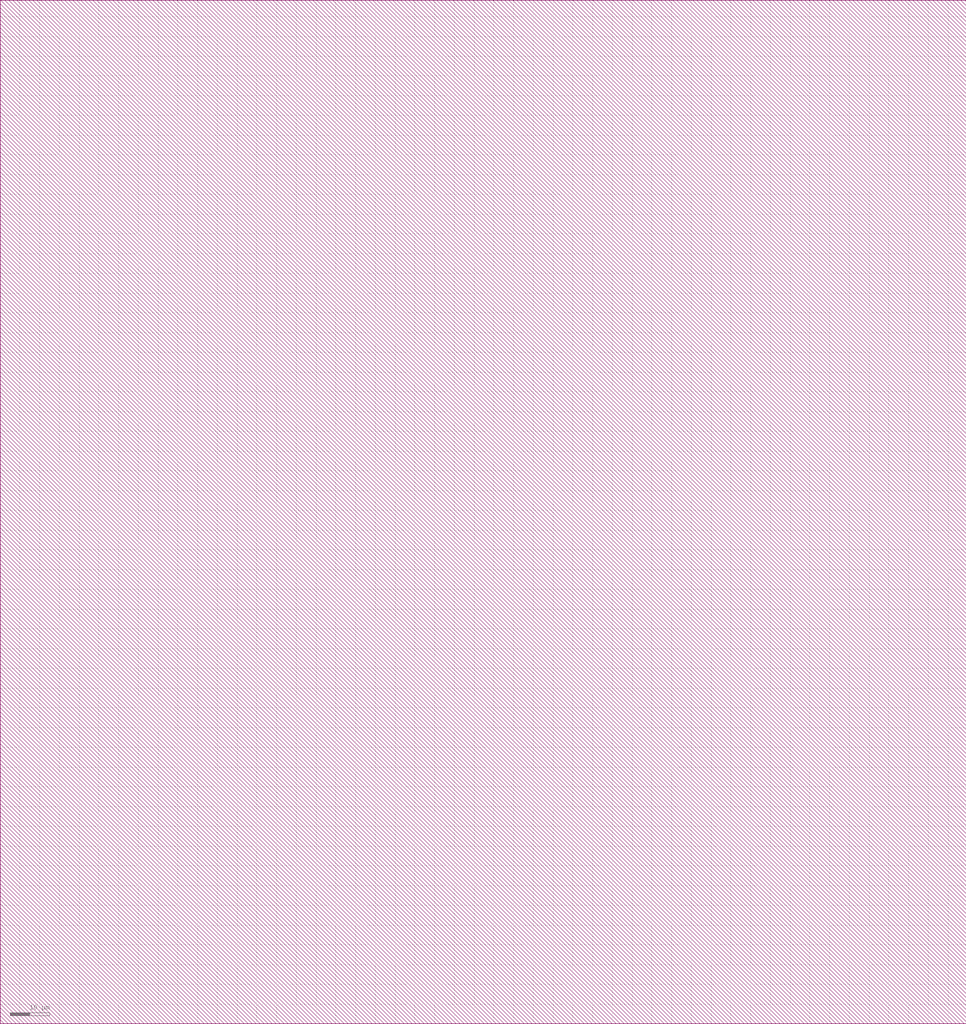
<source format=lef>
VERSION 5.6 ;

BUSBITCHARS "[]" ;

DIVIDERCHAR "/" ;

UNITS
    DATABASE MICRONS 1000 ;
END UNITS

MANUFACTURINGGRID 0.005000 ; 

CLEARANCEMEASURE EUCLIDEAN ; 

USEMINSPACING OBS ON ; 

SITE CoreSite
    CLASS CORE ;
    SIZE 0.540000 BY 0.900000 ;
END CoreSite

LAYER m1
   TYPE ROUTING ;
   DIRECTION VERTICAL ;
   MINWIDTH 0.270000 ;
   WIDTH 0.270000 ;
   SPACINGTABLE
      PARALLELRUNLENGTH 0.0
      WIDTH 0.0 0.270000 ;
   PITCH 0.540000 0.540000 ;
END m1

LAYER v1
    TYPE CUT ;
    SPACING 0.270000 ;
    WIDTH 0.270000 ;
    ENCLOSURE ABOVE 0.090000 0.090000 ;
    ENCLOSURE BELOW 0.090000 0.090000 ;
END v1

LAYER m2
   TYPE ROUTING ;
   DIRECTION HORIZONTAL ;
   MINWIDTH 0.450000 ;
   WIDTH 0.450000 ;
   SPACINGTABLE
      PARALLELRUNLENGTH 0.0
      WIDTH 0.0 0.450000 ;
   PITCH 0.900000 0.900000 ;
END m2

LAYER v2
    TYPE CUT ;
    SPACING 0.270000 ;
    WIDTH 0.270000 ;
    ENCLOSURE ABOVE 0.090000 0.090000 ;
    ENCLOSURE BELOW 0.090000 0.090000 ;
END v2

LAYER m3
   TYPE ROUTING ;
   DIRECTION VERTICAL ;
   MINWIDTH 0.450000 ;
   WIDTH 0.450000 ;
   SPACINGTABLE
      PARALLELRUNLENGTH 0.0
      WIDTH 0.0 0.450000 ;
   PITCH 0.900000 0.900000 ;
END m3

LAYER v3
    TYPE CUT ;
    SPACING 0.270000 ;
    WIDTH 0.270000 ;
    ENCLOSURE ABOVE 0.090000 0.090000 ;
    ENCLOSURE BELOW 0.090000 0.090000 ;
END v3

LAYER m4
   TYPE ROUTING ;
   DIRECTION HORIZONTAL ;
   MINWIDTH 0.450000 ;
   WIDTH 0.450000 ;
   SPACINGTABLE
      PARALLELRUNLENGTH 0.0
      WIDTH 0.0 0.450000 ;
   PITCH 0.900000 0.900000 ;
END m4

LAYER v4
    TYPE CUT ;
    SPACING 0.270000 ;
    WIDTH 0.270000 ;
    ENCLOSURE ABOVE 0.090000 0.090000 ;
    ENCLOSURE BELOW 0.090000 0.090000 ;
END v4

LAYER m5
   TYPE ROUTING ;
   DIRECTION VERTICAL ;
   MINWIDTH 0.450000 ;
   WIDTH 0.450000 ;
   SPACINGTABLE
      PARALLELRUNLENGTH 0.0
      WIDTH 0.0 0.450000 ;
   PITCH 0.900000 0.900000 ;
END m5

LAYER v5
    TYPE CUT ;
    SPACING 0.270000 ;
    WIDTH 0.270000 ;
    ENCLOSURE ABOVE 0.090000 0.090000 ;
    ENCLOSURE BELOW 0.090000 0.090000 ;
END v5

LAYER m6
   TYPE ROUTING ;
   DIRECTION HORIZONTAL ;
   MINWIDTH 0.450000 ;
   WIDTH 0.450000 ;
   SPACINGTABLE
      PARALLELRUNLENGTH 0.0
      WIDTH 0.0 0.450000 ;
   PITCH 0.900000 0.900000 ;
END m6

LAYER OVERLAP
   TYPE OVERLAP ;
END OVERLAP

VIA v1_C DEFAULT
   LAYER m1 ;
     RECT -0.225000 -0.225000 0.225000 0.225000 ;
   LAYER v1 ;
     RECT -0.135000 -0.135000 0.135000 0.135000 ;
   LAYER m2 ;
     RECT -0.225000 -0.225000 0.225000 0.225000 ;
END v1_C

VIA v1_Ch
   LAYER m1 ;
     RECT -0.225000 -0.225000 0.225000 0.225000 ;
   LAYER v1 ;
     RECT -0.135000 -0.135000 0.135000 0.135000 ;
   LAYER m2 ;
     RECT -0.225000 -0.225000 0.225000 0.225000 ;
END v1_Ch

VIA v1_Cv
   LAYER m1 ;
     RECT -0.225000 -0.225000 0.225000 0.225000 ;
   LAYER v1 ;
     RECT -0.135000 -0.135000 0.135000 0.135000 ;
   LAYER m2 ;
     RECT -0.225000 -0.225000 0.225000 0.225000 ;
END v1_Cv

VIA v2_C DEFAULT
   LAYER m2 ;
     RECT -0.225000 -0.225000 0.225000 0.225000 ;
   LAYER v2 ;
     RECT -0.135000 -0.135000 0.135000 0.135000 ;
   LAYER m3 ;
     RECT -0.225000 -0.225000 0.225000 0.225000 ;
END v2_C

VIA v2_Ch
   LAYER m2 ;
     RECT -0.225000 -0.225000 0.225000 0.225000 ;
   LAYER v2 ;
     RECT -0.135000 -0.135000 0.135000 0.135000 ;
   LAYER m3 ;
     RECT -0.225000 -0.225000 0.225000 0.225000 ;
END v2_Ch

VIA v2_Cv
   LAYER m2 ;
     RECT -0.225000 -0.225000 0.225000 0.225000 ;
   LAYER v2 ;
     RECT -0.135000 -0.135000 0.135000 0.135000 ;
   LAYER m3 ;
     RECT -0.225000 -0.225000 0.225000 0.225000 ;
END v2_Cv

VIA v3_C DEFAULT
   LAYER m3 ;
     RECT -0.225000 -0.225000 0.225000 0.225000 ;
   LAYER v3 ;
     RECT -0.135000 -0.135000 0.135000 0.135000 ;
   LAYER m4 ;
     RECT -0.225000 -0.225000 0.225000 0.225000 ;
END v3_C

VIA v3_Ch
   LAYER m3 ;
     RECT -0.225000 -0.225000 0.225000 0.225000 ;
   LAYER v3 ;
     RECT -0.135000 -0.135000 0.135000 0.135000 ;
   LAYER m4 ;
     RECT -0.225000 -0.225000 0.225000 0.225000 ;
END v3_Ch

VIA v3_Cv
   LAYER m3 ;
     RECT -0.225000 -0.225000 0.225000 0.225000 ;
   LAYER v3 ;
     RECT -0.135000 -0.135000 0.135000 0.135000 ;
   LAYER m4 ;
     RECT -0.225000 -0.225000 0.225000 0.225000 ;
END v3_Cv

VIA v4_C DEFAULT
   LAYER m4 ;
     RECT -0.225000 -0.225000 0.225000 0.225000 ;
   LAYER v4 ;
     RECT -0.135000 -0.135000 0.135000 0.135000 ;
   LAYER m5 ;
     RECT -0.225000 -0.225000 0.225000 0.225000 ;
END v4_C

VIA v4_Ch
   LAYER m4 ;
     RECT -0.225000 -0.225000 0.225000 0.225000 ;
   LAYER v4 ;
     RECT -0.135000 -0.135000 0.135000 0.135000 ;
   LAYER m5 ;
     RECT -0.225000 -0.225000 0.225000 0.225000 ;
END v4_Ch

VIA v4_Cv
   LAYER m4 ;
     RECT -0.225000 -0.225000 0.225000 0.225000 ;
   LAYER v4 ;
     RECT -0.135000 -0.135000 0.135000 0.135000 ;
   LAYER m5 ;
     RECT -0.225000 -0.225000 0.225000 0.225000 ;
END v4_Cv

VIA v5_C DEFAULT
   LAYER m5 ;
     RECT -0.225000 -0.225000 0.225000 0.225000 ;
   LAYER v5 ;
     RECT -0.135000 -0.135000 0.135000 0.135000 ;
   LAYER m6 ;
     RECT -0.225000 -0.225000 0.225000 0.225000 ;
END v5_C

VIA v5_Ch
   LAYER m5 ;
     RECT -0.225000 -0.225000 0.225000 0.225000 ;
   LAYER v5 ;
     RECT -0.135000 -0.135000 0.135000 0.135000 ;
   LAYER m6 ;
     RECT -0.225000 -0.225000 0.225000 0.225000 ;
END v5_Ch

VIA v5_Cv
   LAYER m5 ;
     RECT -0.225000 -0.225000 0.225000 0.225000 ;
   LAYER v5 ;
     RECT -0.135000 -0.135000 0.135000 0.135000 ;
   LAYER m6 ;
     RECT -0.225000 -0.225000 0.225000 0.225000 ;
END v5_Cv

MACRO _0_0cell_0_0g0n1n2naa_012aax0
    CLASS CORE ;
    FOREIGN _0_0cell_0_0g0n1n2naa_012aax0 0.000000 0.000000 ;
    ORIGIN 0.000000 0.000000 ;
    SIZE 7.020000 BY 8.100000 ;
    SYMMETRY X Y ;
    SITE CoreSite ;
    PIN in_50_6
        DIRECTION INPUT ;
        USE SIGNAL ;
        PORT
        LAYER m1 ;
        RECT 0.540000 6.570000 0.810000 7.740000 ;
        RECT 0.540000 6.480000 0.900000 6.570000 ;
        RECT 0.540000 6.300000 0.630000 6.480000 ;
        RECT 0.540000 6.210000 0.900000 6.300000 ;
        RECT 0.630000 6.300000 0.810000 6.480000 ;
        RECT 0.810000 6.300000 0.900000 6.480000 ;
        END
        ANTENNAGATEAREA 0.534600 ;
    END in_50_6
    PIN in_51_6
        DIRECTION INPUT ;
        USE SIGNAL ;
        PORT
        LAYER m1 ;
        RECT 1.620000 7.020000 1.890000 7.740000 ;
        RECT 1.620000 6.930000 1.980000 7.020000 ;
        RECT 1.620000 6.750000 1.710000 6.930000 ;
        RECT 1.620000 6.660000 1.980000 6.750000 ;
        RECT 1.710000 6.750000 1.890000 6.930000 ;
        RECT 1.890000 6.750000 1.980000 6.930000 ;
        END
        ANTENNAGATEAREA 0.534600 ;
    END in_51_6
    PIN in_52_6
        DIRECTION INPUT ;
        USE SIGNAL ;
        PORT
        LAYER m1 ;
        RECT 3.240000 6.660000 3.510000 7.740000 ;
        RECT 3.240000 6.570000 4.950000 6.660000 ;
        RECT 3.240000 6.390000 4.680000 6.570000 ;
        RECT 4.680000 6.390000 4.860000 6.570000 ;
        RECT 4.860000 6.390000 4.950000 6.570000 ;
        RECT 4.590000 6.300000 4.950000 6.390000 ;
        END
        ANTENNAGATEAREA 0.534600 ;
    END in_52_6
    PIN out
        DIRECTION OUTPUT ;
        USE SIGNAL ;
        PORT
        LAYER m1 ;
        RECT 0.270000 1.890000 3.240000 2.070000 ;
        RECT 0.270000 1.800000 3.510000 1.890000 ;
        RECT 0.270000 1.530000 0.810000 1.800000 ;
        RECT 3.240000 1.890000 3.420000 2.070000 ;
        RECT 0.450000 0.810000 0.900000 1.170000 ;
        RECT 3.420000 1.890000 5.400000 2.070000 ;
        RECT 5.310000 1.800000 5.400000 1.890000 ;
        RECT 0.540000 1.170000 0.810000 1.530000 ;
        RECT 5.400000 1.800000 5.670000 2.070000 ;
        RECT 3.150000 2.070000 5.760000 2.160000 ;
        RECT 5.670000 1.800000 5.760000 2.070000 ;
        RECT 3.240000 2.160000 3.510000 4.320000 ;
        RECT 5.310000 1.710000 5.760000 1.800000 ;
        RECT 3.150000 4.590000 3.510000 4.680000 ;
        RECT 3.150000 4.410000 3.240000 4.590000 ;
        RECT 3.150000 4.320000 3.510000 4.410000 ;
        RECT 3.240000 4.410000 3.420000 4.590000 ;
        RECT 3.420000 4.410000 3.510000 4.590000 ;
        END
        ANTENNAGATEAREA 0.388800 ;
        ANTENNADIFFAREA 1.263600 ;
    END out
    PIN Vdd
        DIRECTION INPUT ;
        USE POWER ;
        PORT
        LAYER m1 ;
        RECT 0.540000 4.590000 0.900000 4.680000 ;
        RECT 0.540000 4.410000 0.630000 4.590000 ;
        RECT 0.540000 4.320000 0.900000 4.410000 ;
        RECT 0.630000 5.580000 4.860000 5.760000 ;
        RECT 0.630000 5.490000 5.670000 5.580000 ;
        RECT 0.630000 4.680000 0.900000 5.490000 ;
        RECT 0.630000 4.410000 0.810000 4.590000 ;
        RECT 0.630000 3.510000 0.900000 4.320000 ;
        RECT 0.630000 3.420000 1.620000 3.510000 ;
        RECT 0.630000 3.240000 1.260000 3.420000 ;
        RECT 4.860000 5.580000 5.040000 5.760000 ;
        RECT 0.810000 4.410000 0.900000 4.590000 ;
        RECT 1.170000 3.150000 1.260000 3.240000 ;
        RECT 1.170000 3.060000 1.620000 3.150000 ;
        RECT 5.040000 5.580000 5.670000 5.760000 ;
        RECT 1.260000 3.150000 1.530000 3.420000 ;
        RECT 1.530000 3.150000 1.620000 3.420000 ;
        RECT 4.680000 5.850000 5.130000 5.940000 ;
        RECT 4.680000 5.760000 5.670000 5.850000 ;
        RECT 5.400000 5.850000 5.670000 7.740000 ;
        END
        ANTENNAGATEAREA 0.315900 ;
        ANTENNADIFFAREA 0.858600 ;
    END Vdd
    PIN GND
        DIRECTION INPUT ;
        USE GROUND ;
        PORT
        LAYER m1 ;
        RECT 0.540000 2.790000 0.900000 2.880000 ;
        RECT 0.540000 2.610000 0.630000 2.790000 ;
        RECT 0.540000 2.520000 2.610000 2.610000 ;
        RECT 0.630000 2.610000 0.810000 2.790000 ;
        RECT 2.610000 2.520000 2.880000 2.790000 ;
        RECT 0.810000 2.610000 2.610000 2.790000 ;
        RECT 2.880000 2.520000 2.970000 2.790000 ;
        RECT 2.520000 2.430000 2.970000 2.520000 ;
        RECT 1.170000 5.130000 1.620000 5.220000 ;
        RECT 1.170000 4.860000 1.260000 5.130000 ;
        RECT 1.170000 4.770000 2.160000 4.860000 ;
        RECT 1.260000 4.860000 1.530000 5.130000 ;
        RECT 1.530000 5.040000 1.620000 5.130000 ;
        RECT 1.530000 4.860000 2.160000 5.040000 ;
        RECT 1.890000 2.790000 2.160000 4.770000 ;
        RECT 6.300000 2.430000 6.750000 2.520000 ;
        RECT 4.680000 2.790000 5.130000 2.880000 ;
        RECT 4.680000 2.520000 4.770000 2.790000 ;
        RECT 4.680000 2.430000 5.130000 2.520000 ;
        RECT 2.520000 2.790000 2.970000 2.880000 ;
        RECT 4.770000 2.610000 4.860000 2.790000 ;
        RECT 4.770000 2.520000 5.040000 2.610000 ;
        RECT 4.860000 2.610000 5.040000 2.790000 ;
        RECT 5.040000 2.520000 5.130000 2.790000 ;
        RECT 6.300000 2.790000 6.750000 2.880000 ;
        RECT 6.300000 2.520000 6.390000 2.790000 ;
        RECT 6.480000 2.880000 6.750000 3.420000 ;
        RECT 6.390000 2.520000 6.660000 2.790000 ;
        RECT 6.660000 2.520000 6.750000 2.790000 ;
        LAYER v1 ;
        RECT 2.610000 2.520000 2.880000 2.790000 ;
        RECT 4.770000 2.610000 4.860000 2.790000 ;
        RECT 4.770000 2.520000 5.040000 2.610000 ;
        RECT 4.860000 2.610000 5.040000 2.790000 ;
        RECT 6.390000 2.520000 6.660000 2.790000 ;
        LAYER m2 ;
        RECT 2.520000 2.790000 6.750000 2.880000 ;
        RECT 2.520000 2.520000 2.610000 2.790000 ;
        RECT 2.520000 2.430000 6.750000 2.520000 ;
        RECT 2.610000 2.520000 2.880000 2.790000 ;
        RECT 2.880000 2.520000 4.770000 2.790000 ;
        RECT 4.770000 2.610000 4.860000 2.790000 ;
        RECT 4.770000 2.520000 5.040000 2.610000 ;
        RECT 4.860000 2.610000 5.040000 2.790000 ;
        RECT 5.040000 2.520000 6.390000 2.790000 ;
        RECT 6.390000 2.520000 6.660000 2.790000 ;
        RECT 6.660000 2.520000 6.750000 2.790000 ;
        END
        ANTENNAGATEAREA 0.145800 ;
        ANTENNADIFFAREA 0.761400 ;
    END GND
    OBS
        LAYER m1 ;
        RECT 2.520000 5.130000 6.030000 5.220000 ;
        RECT 2.520000 4.950000 2.610000 5.130000 ;
        RECT 2.520000 4.860000 2.880000 4.950000 ;
        RECT 2.610000 4.950000 2.790000 5.130000 ;
        RECT 5.670000 4.590000 6.030000 4.680000 ;
        RECT 5.670000 4.410000 5.760000 4.590000 ;
        RECT 5.670000 4.320000 6.030000 4.410000 ;
        RECT 5.670000 2.880000 5.940000 4.320000 ;
        RECT 5.670000 2.790000 6.030000 2.880000 ;
        RECT 5.670000 2.520000 6.030000 2.610000 ;
        RECT 2.790000 4.950000 6.030000 5.130000 ;
        RECT 5.760000 4.680000 6.030000 4.950000 ;
        RECT 5.760000 4.410000 5.940000 4.590000 ;
        RECT 5.940000 4.410000 6.030000 4.590000 ;
        RECT 5.670000 2.610000 5.760000 2.790000 ;
        RECT 5.760000 2.610000 5.940000 2.790000 ;
        RECT 5.940000 2.610000 6.030000 2.790000 ;
    END
END _0_0cell_0_0g0n1n2naa_012aax0

MACRO welltap_svt
    CLASS CORE WELLTAP ;
    FOREIGN welltap_svt 0.000000 0.000000 ;
    ORIGIN 0.000000 0.000000 ;
    SIZE 1.620000 BY 2.700000 ;
    SYMMETRY X Y ;
    SITE CoreSite ;
    PIN Vdd
        DIRECTION INPUT ;
        USE POWER ;
        PORT
        LAYER m1 ;
        RECT 0.540000 1.530000 0.810000 1.710000 ;
        RECT 0.540000 1.350000 0.990000 1.530000 ;
        RECT 0.540000 1.170000 0.630000 1.350000 ;
        RECT 0.540000 1.080000 0.990000 1.170000 ;
        RECT 0.810000 1.170000 0.990000 1.350000 ;
        END
    END Vdd
    PIN GND
        DIRECTION INPUT ;
        USE GROUND ;
        PORT
        LAYER m1 ;
        RECT 0.540000 0.540000 0.990000 0.630000 ;
        RECT 0.540000 0.270000 0.630000 0.540000 ;
        RECT 0.540000 0.180000 0.990000 0.270000 ;
        RECT 0.900000 0.270000 0.990000 0.540000 ;
        END
    END GND
END welltap_svt

MACRO circuitppnp
   CLASS CORE ;
   FOREIGN circuitppnp 0.000000 0.000000 ;
   ORIGIN 0.000000 0.000000 ; 
   SIZE 244.620000 BY 259.200000 ; 
   SYMMETRY X Y ;
   SITE CoreSite ;
END circuitppnp

MACRO circuitwell
   CLASS CORE ;
   FOREIGN circuitwell 0.000000 0.000000 ;
   ORIGIN 0.000000 0.000000 ; 
   SIZE 244.620000 BY 259.200000 ; 
   SYMMETRY X Y ;
   SITE CoreSite ;
END circuitwell


</source>
